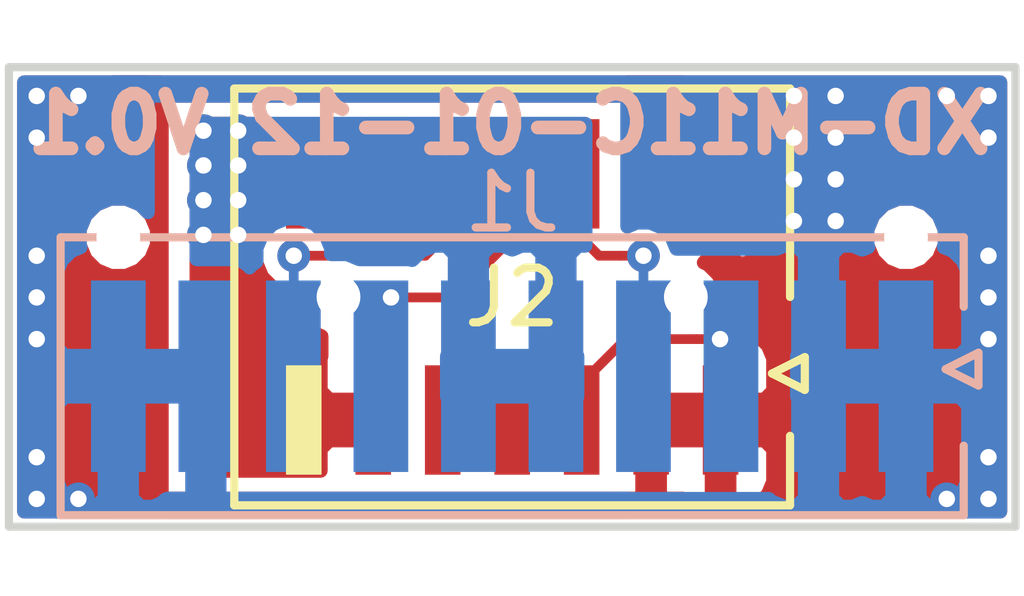
<source format=kicad_pcb>
(kicad_pcb (version 20171130) (host pcbnew "(5.0.1)-4")

  (general
    (thickness 1)
    (drawings 7)
    (tracks 62)
    (zones 0)
    (modules 2)
    (nets 7)
  )

  (page A4)
  (layers
    (0 F.Cu signal)
    (31 B.Cu signal)
    (32 B.Adhes user)
    (33 F.Adhes user)
    (34 B.Paste user)
    (35 F.Paste user)
    (36 B.SilkS user)
    (37 F.SilkS user)
    (38 B.Mask user)
    (39 F.Mask user)
    (40 Dwgs.User user)
    (41 Cmts.User user)
    (42 Eco1.User user)
    (43 Eco2.User user)
    (44 Edge.Cuts user)
    (45 Margin user)
    (46 B.CrtYd user)
    (47 F.CrtYd user)
    (48 B.Fab user)
    (49 F.Fab user)
  )

  (setup
    (last_trace_width 0.1778)
    (trace_clearance 0.1778)
    (zone_clearance 0.074)
    (zone_45_only no)
    (trace_min 0.1524)
    (segment_width 0.2)
    (edge_width 0.15)
    (via_size 0.6)
    (via_drill 0.3)
    (via_min_size 0.3)
    (via_min_drill 0.3)
    (uvia_size 0.3)
    (uvia_drill 0.1)
    (uvias_allowed no)
    (uvia_min_size 0.2)
    (uvia_min_drill 0.1)
    (pcb_text_width 0.3)
    (pcb_text_size 1.5 1.5)
    (mod_edge_width 0.15)
    (mod_text_size 1 1)
    (mod_text_width 0.15)
    (pad_size 0.85 0.85)
    (pad_drill 0.8)
    (pad_to_mask_clearance 0.051)
    (solder_mask_min_width 0.25)
    (aux_axis_origin 0 0)
    (visible_elements 7FFFFFFF)
    (pcbplotparams
      (layerselection 0x010f0_ffffffff)
      (usegerberextensions false)
      (usegerberattributes false)
      (usegerberadvancedattributes false)
      (creategerberjobfile false)
      (excludeedgelayer true)
      (linewidth 0.100000)
      (plotframeref false)
      (viasonmask false)
      (mode 1)
      (useauxorigin false)
      (hpglpennumber 1)
      (hpglpenspeed 20)
      (hpglpendiameter 15.000000)
      (psnegative false)
      (psa4output false)
      (plotreference true)
      (plotvalue true)
      (plotinvisibletext false)
      (padsonsilk false)
      (subtractmaskfromsilk false)
      (outputformat 1)
      (mirror false)
      (drillshape 0)
      (scaleselection 1)
      (outputdirectory "gerber/"))
  )

  (net 0 "")
  (net 1 GND)
  (net 2 VCC)
  (net 3 /I2_N)
  (net 4 /I1_N)
  (net 5 /I1_P)
  (net 6 /I2_P)

  (net_class Default "This is the default net class."
    (clearance 0.1778)
    (trace_width 0.1778)
    (via_dia 0.6)
    (via_drill 0.3)
    (uvia_dia 0.3)
    (uvia_drill 0.1)
    (add_net /I1_N)
    (add_net /I1_P)
    (add_net /I2_N)
    (add_net /I2_P)
    (add_net GND)
    (add_net VCC)
  )

  (module XD-M11C-01-12:XD-SC-10p (layer B.Cu) (tedit 5C03FBAD) (tstamp 5C02721A)
    (at 199.7 149.65 180)
    (path /5C01A473)
    (fp_text reference J1 (at 0 3.175 180) (layer B.SilkS)
      (effects (font (size 1 1) (thickness 0.15)) (justify mirror))
    )
    (fp_text value Conn_01x10 (at 0 -3.175 180) (layer B.Fab)
      (effects (font (size 1 1) (thickness 0.15)) (justify mirror))
    )
    (fp_line (start -8.255 -2.54) (end 8.255 -2.54) (layer B.SilkS) (width 0.15))
    (fp_line (start -8.255 1.27) (end -8.255 2.54) (layer B.SilkS) (width 0.15))
    (fp_line (start -7.925 0.13) (end -8.525 0.43) (layer B.SilkS) (width 0.15))
    (fp_line (start -8.525 -0.17) (end -7.925 0.13) (layer B.SilkS) (width 0.15))
    (fp_line (start -8.525 0.43) (end -8.525 -0.17) (layer B.SilkS) (width 0.15))
    (fp_line (start -8.255 2.54) (end 8.255 2.54) (layer B.SilkS) (width 0.15))
    (fp_line (start -8.255 -1.27) (end -8.255 -2.54) (layer B.SilkS) (width 0.15))
    (fp_line (start 8.255 -2.54) (end 8.255 2.54) (layer B.SilkS) (width 0.15))
    (pad 10 smd rect (at 7.2 0 180) (size 1 3.5) (layers B.Cu B.Paste B.Mask)
      (net 1 GND))
    (pad 9 smd rect (at 5.6 0 180) (size 1 3.5) (layers B.Cu B.Paste B.Mask)
      (net 1 GND))
    (pad 8 smd rect (at 4 0 180) (size 1 3.5) (layers B.Cu B.Paste B.Mask)
      (net 3 /I2_N))
    (pad 6 smd rect (at 0.8 0 180) (size 1 3.5) (layers B.Cu B.Paste B.Mask)
      (net 2 VCC))
    (pad 5 smd rect (at -0.8 0 180) (size 1 3.5) (layers B.Cu B.Paste B.Mask)
      (net 2 VCC))
    (pad 3 smd rect (at -4 0 180) (size 1 3.5) (layers B.Cu B.Paste B.Mask)
      (net 4 /I1_N))
    (pad 2 smd rect (at -5.6 0 180) (size 1 3.5) (layers B.Cu B.Paste B.Mask)
      (net 1 GND))
    (pad 4 smd rect (at -2.4 0 180) (size 1 3.5) (layers B.Cu B.Paste B.Mask)
      (net 5 /I1_P))
    (pad 7 smd rect (at 2.4 0 180) (size 1 3.5) (layers B.Cu B.Paste B.Mask)
      (net 6 /I2_P))
    (pad 1 smd rect (at -7.2 0 180) (size 1 3.5) (layers B.Cu B.Paste B.Mask)
      (net 1 GND))
    (pad "" np_thru_hole circle (at 7.2 2.54 180) (size 0.8 0.8) (drill 0.8) (layers *.Cu *.Mask)
      (clearance 0.1524))
    (pad "" np_thru_hole circle (at -7.2 2.54 180) (size 0.8 0.8) (drill 0.8) (layers *.Cu *.Mask)
      (clearance 0.1524))
  )

  (module XD-M11C-01-12:M50-3610742-13p (layer F.Cu) (tedit 5C0410DD) (tstamp 5C027236)
    (at 199.7 148.2 180)
    (path /5C01A34A)
    (fp_text reference J2 (at 0 -0.009 180) (layer F.SilkS)
      (effects (font (size 1 1) (thickness 0.15)))
    )
    (fp_text value Conn_02x07_Top_Bottom (at 0 4.58 180) (layer F.Fab)
      (effects (font (size 1 1) (thickness 0.15)))
    )
    (fp_line (start -5.08 -3.81) (end 5.08 -3.81) (layer F.SilkS) (width 0.15))
    (fp_line (start -5.35 -1.7) (end -5.35 -1.1) (layer F.SilkS) (width 0.15))
    (fp_line (start -5.35 -1.1) (end -4.75 -1.4) (layer F.SilkS) (width 0.15))
    (fp_line (start -4.75 -1.4) (end -5.35 -1.7) (layer F.SilkS) (width 0.15))
    (fp_line (start -5.08 -2.54) (end -5.08 -3.81) (layer F.SilkS) (width 0.15))
    (fp_line (start 5.08 3.81) (end 5.08 -3.81) (layer F.SilkS) (width 0.15))
    (fp_line (start -5.08 0) (end -5.08 3.81) (layer F.SilkS) (width 0.15))
    (fp_line (start -5.08 3.81) (end 5.08 3.81) (layer F.SilkS) (width 0.15))
    (pad 14 smd rect (at 3.81 -2.25 180) (size 0.65 2) (layers F.SilkS))
    (pad "" np_thru_hole circle (at 3.175 0 180) (size 0.8 0.8) (drill 0.8) (layers *.Cu *.Mask)
      (clearance 0.1524))
    (pad "" np_thru_hole circle (at -3.175 0 180) (size 0.8 0.8) (drill 0.8) (layers *.Cu *.Mask)
      (clearance 0.1524))
    (pad 13 smd rect (at 3.81 2.25 180) (size 0.65 2) (layers F.Cu F.Paste F.Mask)
      (net 2 VCC))
    (pad 12 smd rect (at 2.54 2.25 180) (size 0.65 2) (layers F.Cu F.Paste F.Mask)
      (net 2 VCC))
    (pad 11 smd rect (at 1.27 2.25 180) (size 0.65 2) (layers F.Cu F.Paste F.Mask)
      (net 3 /I2_N))
    (pad 10 smd rect (at 0 2.25 180) (size 0.65 2) (layers F.Cu F.Paste F.Mask)
      (net 6 /I2_P))
    (pad 9 smd rect (at -1.27 2.25 180) (size 0.65 2) (layers F.Cu F.Paste F.Mask)
      (net 5 /I1_P))
    (pad 8 smd rect (at -2.54 2.25 180) (size 0.65 2) (layers F.Cu F.Paste F.Mask)
      (net 1 GND))
    (pad 7 smd rect (at -3.81 2.25 180) (size 0.65 2) (layers F.Cu F.Paste F.Mask)
      (net 1 GND))
    (pad 6 smd rect (at 2.54 -2.25 180) (size 0.65 2) (layers F.Cu F.Paste F.Mask)
      (net 2 VCC))
    (pad 5 smd rect (at 1.27 -2.25 180) (size 0.65 2) (layers F.Cu F.Paste F.Mask))
    (pad 4 smd rect (at 0 -2.25 180) (size 0.65 2) (layers F.Cu F.Paste F.Mask))
    (pad 3 smd rect (at -1.27 -2.25 180) (size 0.65 2) (layers F.Cu F.Paste F.Mask)
      (net 4 /I1_N))
    (pad 2 smd rect (at -2.54 -2.25 180) (size 0.65 2) (layers F.Cu F.Paste F.Mask)
      (net 1 GND))
    (pad 1 smd rect (at -3.81 -2.25 180) (size 0.65 2) (layers F.Cu F.Paste F.Mask)
      (net 1 GND))
  )

  (gr_text "XD-M11C-01-12 V0.1" (at 199.644 145.034) (layer B.SilkS)
    (effects (font (size 1 1) (thickness 0.25)) (justify mirror))
  )
  (gr_line (start 199.7 152.4) (end 199.7 144) (layer Dwgs.User) (width 0.2))
  (gr_line (start 190.5 148.2) (end 208.9 148.2) (layer Dwgs.User) (width 0.2))
  (gr_line (start 190.5 152.4) (end 190.5 144) (layer Edge.Cuts) (width 0.15))
  (gr_line (start 208.9 152.4) (end 190.5 152.4) (layer Edge.Cuts) (width 0.15))
  (gr_line (start 208.9 144) (end 208.9 152.4) (layer Edge.Cuts) (width 0.15))
  (gr_line (start 190.5 144) (end 208.9 144) (layer Edge.Cuts) (width 0.15))

  (segment (start 192.421 144.399) (end 202.803 144.399) (width 0.5) (layer F.Cu) (net 1))
  (segment (start 193.421 152.01) (end 201.803 152.01) (width 0.5) (layer B.Cu) (net 1) (tstamp 5C02EB05))
  (segment (start 192.405 144.399) (end 201.787 144.399) (width 0.5) (layer B.Cu) (net 1) (tstamp 5C02F921))
  (segment (start 192.421 152.01) (end 202.803 152.01) (width 0.5) (layer F.Cu) (net 1) (tstamp 5C02F95D))
  (via (at 191.008 144.526) (size 0.6) (drill 0.3) (layers F.Cu B.Cu) (net 1))
  (via (at 208.407 144.526) (size 0.6) (drill 0.3) (layers F.Cu B.Cu) (net 1))
  (via (at 208.407 151.892) (size 0.6) (drill 0.3) (layers F.Cu B.Cu) (net 1))
  (via (at 191.008 151.892) (size 0.6) (drill 0.3) (layers F.Cu B.Cu) (net 1))
  (via (at 204.851 144.526) (size 0.6) (drill 0.3) (layers F.Cu B.Cu) (net 1))
  (via (at 204.851 145.288) (size 0.6) (drill 0.3) (layers F.Cu B.Cu) (net 1))
  (via (at 204.851 146.05) (size 0.6) (drill 0.3) (layers F.Cu B.Cu) (net 1))
  (via (at 204.851 146.812) (size 0.6) (drill 0.3) (layers F.Cu B.Cu) (net 1))
  (via (at 207.645 144.526) (size 0.6) (drill 0.3) (layers F.Cu B.Cu) (net 1))
  (via (at 208.407 145.288) (size 0.6) (drill 0.3) (layers F.Cu B.Cu) (net 1))
  (via (at 208.407 151.13) (size 0.6) (drill 0.3) (layers F.Cu B.Cu) (net 1))
  (via (at 207.645 151.892) (size 0.6) (drill 0.3) (layers F.Cu B.Cu) (net 1))
  (via (at 191.77 144.526) (size 0.6) (drill 0.3) (layers F.Cu B.Cu) (net 1))
  (via (at 191.008 145.288) (size 0.6) (drill 0.3) (layers F.Cu B.Cu) (net 1))
  (via (at 191.008 151.13) (size 0.6) (drill 0.3) (layers F.Cu B.Cu) (net 1))
  (via (at 191.77 151.892) (size 0.6) (drill 0.3) (layers F.Cu B.Cu) (net 1))
  (via (at 205.613 144.526) (size 0.6) (drill 0.3) (layers F.Cu B.Cu) (net 1))
  (via (at 205.613 146.812) (size 0.6) (drill 0.3) (layers F.Cu B.Cu) (net 1))
  (via (at 208.407 148.209) (size 0.6) (drill 0.3) (layers F.Cu B.Cu) (net 1))
  (via (at 191.008 148.209) (size 0.6) (drill 0.3) (layers F.Cu B.Cu) (net 1))
  (via (at 191.008 147.447) (size 0.6) (drill 0.3) (layers F.Cu B.Cu) (net 1))
  (via (at 191.008 148.971) (size 0.6) (drill 0.3) (layers F.Cu B.Cu) (net 1))
  (via (at 208.407 147.447) (size 0.6) (drill 0.3) (layers F.Cu B.Cu) (net 1))
  (via (at 208.407 148.971) (size 0.6) (drill 0.3) (layers F.Cu B.Cu) (net 1))
  (via (at 205.613 145.288) (size 0.6) (drill 0.3) (layers F.Cu B.Cu) (net 1))
  (via (at 205.613 146.05) (size 0.6) (drill 0.3) (layers F.Cu B.Cu) (net 1))
  (via (at 194.056 145.161) (size 0.6) (drill 0.3) (layers F.Cu B.Cu) (net 2))
  (via (at 194.691 145.161) (size 0.6) (drill 0.3) (layers F.Cu B.Cu) (net 2))
  (via (at 194.691 145.796) (size 0.6) (drill 0.3) (layers F.Cu B.Cu) (net 2))
  (via (at 194.056 145.796) (size 0.6) (drill 0.3) (layers F.Cu B.Cu) (net 2))
  (via (at 194.056 146.431) (size 0.6) (drill 0.3) (layers F.Cu B.Cu) (net 2))
  (via (at 194.691 146.431) (size 0.6) (drill 0.3) (layers F.Cu B.Cu) (net 2))
  (via (at 194.691 147.066) (size 0.6) (drill 0.3) (layers F.Cu B.Cu) (net 2))
  (via (at 194.056 147.066) (size 0.6) (drill 0.3) (layers F.Cu B.Cu) (net 2))
  (segment (start 198.43 145.95) (end 198.43 146.625) (width 0.25) (layer F.Cu) (net 3))
  (segment (start 198.43 147.1278) (end 198.1108 147.447) (width 0.1778) (layer F.Cu) (net 3))
  (segment (start 198.43 145.95) (end 198.43 147.1278) (width 0.1778) (layer F.Cu) (net 3))
  (segment (start 198.1108 147.447) (end 195.707 147.447) (width 0.1778) (layer F.Cu) (net 3))
  (segment (start 195.707 147.447) (end 195.707 147.447) (width 0.1778) (layer F.Cu) (net 3) (tstamp 5C02DB67))
  (via (at 195.707 147.447) (size 0.6) (drill 0.3) (layers F.Cu B.Cu) (net 3))
  (segment (start 195.707 149.643) (end 195.7 149.65) (width 0.1778) (layer B.Cu) (net 3))
  (segment (start 195.707 147.447) (end 195.707 149.643) (width 0.1778) (layer B.Cu) (net 3))
  (via (at 203.5 148.971) (size 0.6) (drill 0.3) (layers F.Cu B.Cu) (net 4))
  (segment (start 203.075736 148.971) (end 203.5 148.971) (width 0.1778) (layer F.Cu) (net 4))
  (segment (start 201.774 148.971) (end 203.075736 148.971) (width 0.1778) (layer F.Cu) (net 4))
  (segment (start 200.97 149.775) (end 201.774 148.971) (width 0.1778) (layer F.Cu) (net 4))
  (segment (start 200.97 150.45) (end 200.97 149.775) (width 0.1778) (layer F.Cu) (net 4))
  (via (at 202.1 147.447) (size 0.6) (drill 0.3) (layers F.Cu B.Cu) (net 5))
  (segment (start 202.1 147.447) (end 202.1 149.65) (width 0.1778) (layer B.Cu) (net 5))
  (segment (start 201.675736 147.447) (end 202.1 147.447) (width 0.1778) (layer F.Cu) (net 5))
  (segment (start 201.2892 147.447) (end 201.675736 147.447) (width 0.1778) (layer F.Cu) (net 5))
  (segment (start 200.97 147.1278) (end 201.2892 147.447) (width 0.1778) (layer F.Cu) (net 5))
  (segment (start 200.97 145.95) (end 200.97 147.1278) (width 0.1778) (layer F.Cu) (net 5))
  (segment (start 199.7 147.1278) (end 198.6188 148.209) (width 0.1778) (layer F.Cu) (net 6))
  (segment (start 199.7 145.95) (end 199.7 147.1278) (width 0.1778) (layer F.Cu) (net 6))
  (segment (start 198.6188 148.209) (end 197.485 148.209) (width 0.1778) (layer F.Cu) (net 6))
  (segment (start 197.485 148.209) (end 197.485 148.209) (width 0.1778) (layer F.Cu) (net 6) (tstamp 5C02DB69))
  (via (at 197.485 148.209) (size 0.6) (drill 0.3) (layers F.Cu B.Cu) (net 6))

  (zone (net 2) (net_name VCC) (layer F.Cu) (tstamp 5C041492) (hatch edge 0.508)
    (connect_pads (clearance 0.254))
    (min_thickness 0.254)
    (fill yes (arc_segments 16) (thermal_gap 0.508) (thermal_bridge_width 1))
    (polygon
      (pts
        (xy 197.485 144.907) (xy 193.802 144.907) (xy 193.802 151.511) (xy 197.485 151.511) (xy 197.485 149.352)
        (xy 196.342 149.352) (xy 196.342 147.066) (xy 197.485 147.066)
      )
    )
    (filled_polygon
      (pts
        (xy 194.93 145.41825) (xy 195.08875 145.577) (xy 195.7275 145.577) (xy 195.7275 145.557) (xy 196.0525 145.557)
        (xy 196.0525 145.577) (xy 196.9975 145.577) (xy 196.9975 145.557) (xy 197.3225 145.557) (xy 197.3225 145.577)
        (xy 197.358 145.577) (xy 197.358 146.323) (xy 197.3225 146.323) (xy 197.3225 146.343) (xy 196.9975 146.343)
        (xy 196.9975 146.323) (xy 196.0525 146.323) (xy 196.0525 146.343) (xy 195.7275 146.343) (xy 195.7275 146.323)
        (xy 195.08875 146.323) (xy 194.93 146.48175) (xy 194.93 147.07631) (xy 195.026673 147.309699) (xy 195.026737 147.309763)
        (xy 195.026 147.311541) (xy 195.026 147.582459) (xy 195.129676 147.832756) (xy 195.321244 148.024324) (xy 195.571541 148.128)
        (xy 195.744 148.128) (xy 195.744 148.355351) (xy 195.8629 148.642401) (xy 196.082599 148.8621) (xy 196.215 148.916942)
        (xy 196.215 149.287477) (xy 196.2 149.32369) (xy 196.2 149.91825) (xy 196.35875 150.077) (xy 196.9975 150.077)
        (xy 196.9975 150.057) (xy 197.3225 150.057) (xy 197.3225 150.077) (xy 197.358 150.077) (xy 197.358 150.823)
        (xy 197.3225 150.823) (xy 197.3225 150.843) (xy 196.9975 150.843) (xy 196.9975 150.823) (xy 196.35875 150.823)
        (xy 196.2 150.98175) (xy 196.2 151.379) (xy 193.929 151.379) (xy 193.929 145.034) (xy 194.93 145.034)
      )
    )
  )
  (zone (net 2) (net_name VCC) (layer B.Cu) (tstamp 5C04148F) (hatch edge 0.508)
    (connect_pads (clearance 0.254))
    (min_thickness 0.254)
    (fill yes (arc_segments 16) (thermal_gap 0.508) (thermal_bridge_width 1))
    (polygon
      (pts
        (xy 193.802 144.907) (xy 201.168 144.907) (xy 201.168 151.511) (xy 193.802 151.511)
      )
    )
    (filled_polygon
      (pts
        (xy 201.041 147.265) (xy 200.90875 147.265) (xy 200.75 147.42375) (xy 200.75 149.277) (xy 200.893 149.277)
        (xy 200.893 150.023) (xy 200.75 150.023) (xy 200.75 150.043) (xy 200.25 150.043) (xy 200.25 150.023)
        (xy 199.15 150.023) (xy 199.15 150.043) (xy 198.65 150.043) (xy 198.65 150.023) (xy 198.507 150.023)
        (xy 198.507 149.277) (xy 198.65 149.277) (xy 198.65 147.42375) (xy 199.15 147.42375) (xy 199.15 149.277)
        (xy 200.25 149.277) (xy 200.25 147.42375) (xy 200.09125 147.265) (xy 199.873691 147.265) (xy 199.7 147.336945)
        (xy 199.526309 147.265) (xy 199.30875 147.265) (xy 199.15 147.42375) (xy 198.65 147.42375) (xy 198.49125 147.265)
        (xy 198.273691 147.265) (xy 198.040302 147.361673) (xy 197.875433 147.526541) (xy 197.8 147.511536) (xy 196.903753 147.511536)
        (xy 196.680351 147.419) (xy 196.388 147.419) (xy 196.388 147.311541) (xy 196.284324 147.061244) (xy 196.092756 146.869676)
        (xy 195.842459 146.766) (xy 195.571541 146.766) (xy 195.321244 146.869676) (xy 195.129676 147.061244) (xy 195.026 147.311541)
        (xy 195.026 147.558038) (xy 194.925314 147.625314) (xy 194.9 147.663199) (xy 194.874686 147.625314) (xy 194.748659 147.541106)
        (xy 194.6 147.511536) (xy 193.929 147.511536) (xy 193.929 145.034) (xy 201.041 145.034)
      )
    )
    (fill_segments
      (pts (xy 193.929 145.034) (xy 201.041 145.034))
      (pts (xy 193.929 145.2753) (xy 201.041 145.2753))
      (pts (xy 193.929 145.5166) (xy 201.041 145.5166))
      (pts (xy 193.929 145.7579) (xy 201.041 145.7579))
      (pts (xy 193.929 145.9992) (xy 201.041 145.9992))
      (pts (xy 193.929 146.2405) (xy 201.041 146.2405))
      (pts (xy 193.929 146.4818) (xy 201.041 146.4818))
      (pts (xy 193.929 146.7231) (xy 201.041 146.7231))
      (pts (xy 193.929 146.9644) (xy 195.22652 146.9644))
      (pts (xy 196.18748 146.9644) (xy 201.041 146.9644))
      (pts (xy 193.929 147.2057) (xy 195.069841 147.2057))
      (pts (xy 196.34416 147.2057) (xy 201.041 147.2057))
      (pts (xy 193.929 147.447) (xy 195.026 147.447))
      (pts (xy 196.813276 147.447) (xy 197.954975 147.447))
      (pts (xy 198.65 147.447) (xy 199.15 147.447))
      (pts (xy 200.25 147.447) (xy 200.75 147.447))
      (pts (xy 198.65 147.6883) (xy 199.15 147.6883))
      (pts (xy 200.25 147.6883) (xy 200.75 147.6883))
      (pts (xy 198.65 147.9296) (xy 199.15 147.9296))
      (pts (xy 200.25 147.9296) (xy 200.75 147.9296))
      (pts (xy 198.65 148.1709) (xy 199.15 148.1709))
      (pts (xy 200.25 148.1709) (xy 200.75 148.1709))
      (pts (xy 198.65 148.4122) (xy 199.15 148.4122))
      (pts (xy 200.25 148.4122) (xy 200.75 148.4122))
      (pts (xy 198.65 148.6535) (xy 199.15 148.6535))
      (pts (xy 200.25 148.6535) (xy 200.75 148.6535))
      (pts (xy 198.65 148.8948) (xy 199.15 148.8948))
      (pts (xy 200.25 148.8948) (xy 200.75 148.8948))
      (pts (xy 198.65 149.1361) (xy 199.15 149.1361))
      (pts (xy 200.25 149.1361) (xy 200.75 149.1361))
      (pts (xy 198.507 149.3774) (xy 200.893 149.3774))
      (pts (xy 198.507 149.6187) (xy 200.893 149.6187))
      (pts (xy 198.507 149.86) (xy 200.893 149.86))
      (pts (xy 201.041 145.034) (xy 201.041 147.265))
      (pts (xy 200.7997 145.034) (xy 200.7997 147.37405))
      (pts (xy 200.7997 149.277) (xy 200.7997 150.023))
      (pts (xy 200.5584 145.034) (xy 200.5584 150.043))
      (pts (xy 200.3171 145.034) (xy 200.3171 150.043))
      (pts (xy 200.0758 145.034) (xy 200.0758 147.265))
      (pts (xy 200.0758 149.277) (xy 200.0758 150.023))
      (pts (xy 199.8345 145.034) (xy 199.8345 147.281233))
      (pts (xy 199.8345 149.277) (xy 199.8345 150.023))
      (pts (xy 199.5932 145.034) (xy 199.5932 147.292708))
      (pts (xy 199.5932 149.277) (xy 199.5932 150.023))
      (pts (xy 199.3519 145.034) (xy 199.3519 147.265))
      (pts (xy 199.3519 149.277) (xy 199.3519 150.023))
      (pts (xy 199.1106 145.034) (xy 199.1106 147.42375))
      (pts (xy 199.1106 147.42375) (xy 199.1106 150.043))
      (pts (xy 198.8693 145.034) (xy 198.8693 147.42375))
      (pts (xy 198.8693 147.42375) (xy 198.8693 150.043))
      (pts (xy 198.628 145.034) (xy 198.628 147.40175))
      (pts (xy 198.628 149.277) (xy 198.628 150.023))
      (pts (xy 198.3867 145.034) (xy 198.3867 147.265))
      (pts (xy 198.1454 145.034) (xy 198.1454 147.318139))
      (pts (xy 197.9041 145.034) (xy 197.9041 147.497874))
      (pts (xy 197.6628 145.034) (xy 197.6628 147.511536))
      (pts (xy 197.4215 145.034) (xy 197.4215 147.511536))
      (pts (xy 197.1802 145.034) (xy 197.1802 147.511536))
      (pts (xy 196.9389 145.034) (xy 196.9389 147.499036))
      (pts (xy 196.6976 145.034) (xy 196.6976 147.399086))
      (pts (xy 196.4563 145.034) (xy 196.4563 147.394))
      (pts (xy 196.215 145.034) (xy 196.215 146.99192))
      (pts (xy 195.9737 145.034) (xy 195.9737 146.820362))
      (pts (xy 195.7324 145.034) (xy 195.7324 146.766))
      (pts (xy 195.4911 145.034) (xy 195.4911 146.799319))
      (pts (xy 195.2498 145.034) (xy 195.2498 146.94112))
      (pts (xy 195.0085 145.034) (xy 195.0085 147.569731))
      (pts (xy 194.7672 145.034) (xy 194.7672 147.553495))
      (pts (xy 194.5259 145.034) (xy 194.5259 147.511536))
      (pts (xy 194.2846 145.034) (xy 194.2846 147.511536))
      (pts (xy 194.0433 145.034) (xy 194.0433 147.511536))
    )
  )
  (zone (net 1) (net_name GND) (layer B.Cu) (tstamp 5C04148C) (hatch edge 0.508)
    (connect_pads (clearance 0.074))
    (min_thickness 0.254)
    (fill yes (arc_segments 16) (thermal_gap 0.508) (thermal_bridge_width 1))
    (polygon
      (pts
        (xy 208.915 144.018) (xy 201.676 144.018) (xy 201.676 147.447) (xy 204.724 147.447) (xy 204.724 151.765)
        (xy 201.422 151.765) (xy 201.422 152.4) (xy 208.915 152.4)
      )
    )
    (filled_polygon
      (pts
        (xy 208.624001 152.124) (xy 201.549 152.124) (xy 201.549 151.892) (xy 204.393975 151.892) (xy 204.440302 151.938327)
        (xy 204.673691 152.035) (xy 204.89125 152.035) (xy 205.05 151.87625) (xy 205.05 150.023) (xy 205.55 150.023)
        (xy 205.55 151.87625) (xy 205.70875 152.035) (xy 205.926309 152.035) (xy 206.1 151.963055) (xy 206.273691 152.035)
        (xy 206.49125 152.035) (xy 206.65 151.87625) (xy 206.65 150.023) (xy 207.15 150.023) (xy 207.15 151.87625)
        (xy 207.30875 152.035) (xy 207.526309 152.035) (xy 207.759698 151.938327) (xy 207.938327 151.759699) (xy 208.035 151.52631)
        (xy 208.035 150.18175) (xy 207.87625 150.023) (xy 207.15 150.023) (xy 206.65 150.023) (xy 205.55 150.023)
        (xy 205.05 150.023) (xy 204.907 150.023) (xy 204.907 149.277) (xy 205.05 149.277) (xy 205.05 147.42375)
        (xy 205.55 147.42375) (xy 205.55 149.277) (xy 206.65 149.277) (xy 206.65 149.257) (xy 207.15 149.257)
        (xy 207.15 149.277) (xy 207.87625 149.277) (xy 208.035 149.11825) (xy 208.035 147.77369) (xy 207.938327 147.540301)
        (xy 207.759698 147.361673) (xy 207.58807 147.290582) (xy 207.6048 147.250193) (xy 207.6048 146.969807) (xy 207.497501 146.710763)
        (xy 207.299237 146.512499) (xy 207.040193 146.4052) (xy 206.759807 146.4052) (xy 206.500763 146.512499) (xy 206.302499 146.710763)
        (xy 206.1952 146.969807) (xy 206.1952 147.250193) (xy 206.21193 147.290582) (xy 206.1 147.336945) (xy 205.926309 147.265)
        (xy 205.70875 147.265) (xy 205.55 147.42375) (xy 205.05 147.42375) (xy 204.89125 147.265) (xy 204.673691 147.265)
        (xy 204.540909 147.32) (xy 202.702026 147.32) (xy 202.612725 147.104408) (xy 202.442592 146.934275) (xy 202.220302 146.8422)
        (xy 201.979698 146.8422) (xy 201.803 146.91539) (xy 201.803 144.276) (xy 208.624 144.276)
      )
    )
  )
  (zone (net 1) (net_name GND) (layer B.Cu) (tstamp 5C041489) (hatch edge 0.508)
    (connect_pads (clearance 0.074))
    (min_thickness 0.254)
    (fill yes (arc_segments 16) (thermal_gap 0.508) (thermal_bridge_width 1))
    (polygon
      (pts
        (xy 190.5 144.018) (xy 193.167 144.018) (xy 193.167 147.955) (xy 194.564 147.955) (xy 194.564 152.4)
        (xy 190.5 152.4)
      )
    )
    (filled_polygon
      (pts
        (xy 193.04 146.653262) (xy 192.899237 146.512499) (xy 192.640193 146.4052) (xy 192.359807 146.4052) (xy 192.100763 146.512499)
        (xy 191.902499 146.710763) (xy 191.7952 146.969807) (xy 191.7952 147.250193) (xy 191.81193 147.290582) (xy 191.640302 147.361673)
        (xy 191.461673 147.540301) (xy 191.365 147.77369) (xy 191.365 149.11825) (xy 191.52375 149.277) (xy 192.25 149.277)
        (xy 192.25 149.257) (xy 192.75 149.257) (xy 192.75 149.277) (xy 193.85 149.277) (xy 193.85 149.257)
        (xy 194.35 149.257) (xy 194.35 149.277) (xy 194.437 149.277) (xy 194.437 150.023) (xy 194.35 150.023)
        (xy 194.35 151.87625) (xy 194.437 151.96325) (xy 194.437 152.124) (xy 190.776 152.124) (xy 190.776 150.18175)
        (xy 191.365 150.18175) (xy 191.365 151.52631) (xy 191.461673 151.759699) (xy 191.640302 151.938327) (xy 191.873691 152.035)
        (xy 192.09125 152.035) (xy 192.25 151.87625) (xy 192.25 150.023) (xy 192.75 150.023) (xy 192.75 151.87625)
        (xy 192.90875 152.035) (xy 193.126309 152.035) (xy 193.3 151.963055) (xy 193.473691 152.035) (xy 193.69125 152.035)
        (xy 193.85 151.87625) (xy 193.85 150.023) (xy 192.75 150.023) (xy 192.25 150.023) (xy 191.52375 150.023)
        (xy 191.365 150.18175) (xy 190.776 150.18175) (xy 190.776 144.276) (xy 193.04 144.276)
      )
    )
  )
  (zone (net 1) (net_name GND) (layer F.Cu) (tstamp 5C041486) (hatch edge 0.508)
    (connect_pads (clearance 0.074))
    (min_thickness 0.254)
    (fill yes (arc_segments 16) (thermal_gap 0.508) (thermal_bridge_width 1))
    (polygon
      (pts
        (xy 208.915 144.018) (xy 208.915 152.4) (xy 201.676 152.4) (xy 201.676 144.018)
      )
    )
    (filled_polygon
      (pts
        (xy 208.624001 152.124) (xy 201.803 152.124) (xy 201.803 152.085) (xy 201.91875 152.085) (xy 202.0775 151.92625)
        (xy 202.0775 150.823) (xy 202.4025 150.823) (xy 202.4025 151.92625) (xy 202.56125 152.085) (xy 202.691309 152.085)
        (xy 202.875 152.008913) (xy 203.058691 152.085) (xy 203.18875 152.085) (xy 203.3475 151.92625) (xy 203.3475 150.823)
        (xy 203.6725 150.823) (xy 203.6725 151.92625) (xy 203.83125 152.085) (xy 203.961309 152.085) (xy 204.194698 151.988327)
        (xy 204.373327 151.809699) (xy 204.47 151.57631) (xy 204.47 150.98175) (xy 204.31125 150.823) (xy 203.6725 150.823)
        (xy 203.3475 150.823) (xy 202.4025 150.823) (xy 202.0775 150.823) (xy 201.915 150.823) (xy 201.915 150.077)
        (xy 202.0775 150.077) (xy 202.0775 150.057) (xy 202.4025 150.057) (xy 202.4025 150.077) (xy 203.3475 150.077)
        (xy 203.3475 150.057) (xy 203.6725 150.057) (xy 203.6725 150.077) (xy 204.31125 150.077) (xy 204.47 149.91825)
        (xy 204.47 149.32369) (xy 204.373327 149.090301) (xy 204.194698 148.911673) (xy 204.1048 148.874436) (xy 204.1048 148.850698)
        (xy 204.012725 148.628408) (xy 203.842592 148.458275) (xy 203.620302 148.3662) (xy 203.569028 148.3662) (xy 203.5798 148.340193)
        (xy 203.5798 148.059807) (xy 203.472501 147.800763) (xy 203.274237 147.602499) (xy 203.201415 147.572335) (xy 203.3475 147.42625)
        (xy 203.3475 146.323) (xy 203.6725 146.323) (xy 203.6725 147.42625) (xy 203.83125 147.585) (xy 203.961309 147.585)
        (xy 204.194698 147.488327) (xy 204.373327 147.309699) (xy 204.47 147.07631) (xy 204.47 146.969807) (xy 206.1952 146.969807)
        (xy 206.1952 147.250193) (xy 206.302499 147.509237) (xy 206.500763 147.707501) (xy 206.759807 147.8148) (xy 207.040193 147.8148)
        (xy 207.299237 147.707501) (xy 207.497501 147.509237) (xy 207.6048 147.250193) (xy 207.6048 146.969807) (xy 207.497501 146.710763)
        (xy 207.299237 146.512499) (xy 207.040193 146.4052) (xy 206.759807 146.4052) (xy 206.500763 146.512499) (xy 206.302499 146.710763)
        (xy 206.1952 146.969807) (xy 204.47 146.969807) (xy 204.47 146.48175) (xy 204.31125 146.323) (xy 203.6725 146.323)
        (xy 203.3475 146.323) (xy 202.4025 146.323) (xy 202.4025 146.343) (xy 202.0775 146.343) (xy 202.0775 146.323)
        (xy 201.915 146.323) (xy 201.915 145.577) (xy 202.0775 145.577) (xy 202.0775 144.47375) (xy 202.4025 144.47375)
        (xy 202.4025 145.577) (xy 203.3475 145.577) (xy 203.3475 144.47375) (xy 203.6725 144.47375) (xy 203.6725 145.577)
        (xy 204.31125 145.577) (xy 204.47 145.41825) (xy 204.47 144.82369) (xy 204.373327 144.590301) (xy 204.194698 144.411673)
        (xy 203.961309 144.315) (xy 203.83125 144.315) (xy 203.6725 144.47375) (xy 203.3475 144.47375) (xy 203.18875 144.315)
        (xy 203.058691 144.315) (xy 202.875 144.391087) (xy 202.691309 144.315) (xy 202.56125 144.315) (xy 202.4025 144.47375)
        (xy 202.0775 144.47375) (xy 201.91875 144.315) (xy 201.803 144.315) (xy 201.803 144.276) (xy 208.624 144.276)
      )
    )
  )
  (zone (net 1) (net_name GND) (layer F.Cu) (tstamp 5C041483) (hatch edge 0.508)
    (connect_pads (clearance 0.074))
    (min_thickness 0.254)
    (fill yes (arc_segments 16) (thermal_gap 0.508) (thermal_bridge_width 1))
    (polygon
      (pts
        (xy 190.5 144.018) (xy 193.421 144.018) (xy 193.421 152.4) (xy 190.5 152.4)
      )
    )
    (filled_polygon
      (pts
        (xy 193.294 152.124) (xy 190.776 152.124) (xy 190.776 146.969807) (xy 191.7952 146.969807) (xy 191.7952 147.250193)
        (xy 191.902499 147.509237) (xy 192.100763 147.707501) (xy 192.359807 147.8148) (xy 192.640193 147.8148) (xy 192.899237 147.707501)
        (xy 193.097501 147.509237) (xy 193.2048 147.250193) (xy 193.2048 146.969807) (xy 193.097501 146.710763) (xy 192.899237 146.512499)
        (xy 192.640193 146.4052) (xy 192.359807 146.4052) (xy 192.100763 146.512499) (xy 191.902499 146.710763) (xy 191.7952 146.969807)
        (xy 190.776 146.969807) (xy 190.776 144.276) (xy 193.294 144.276)
      )
    )
  )
)

</source>
